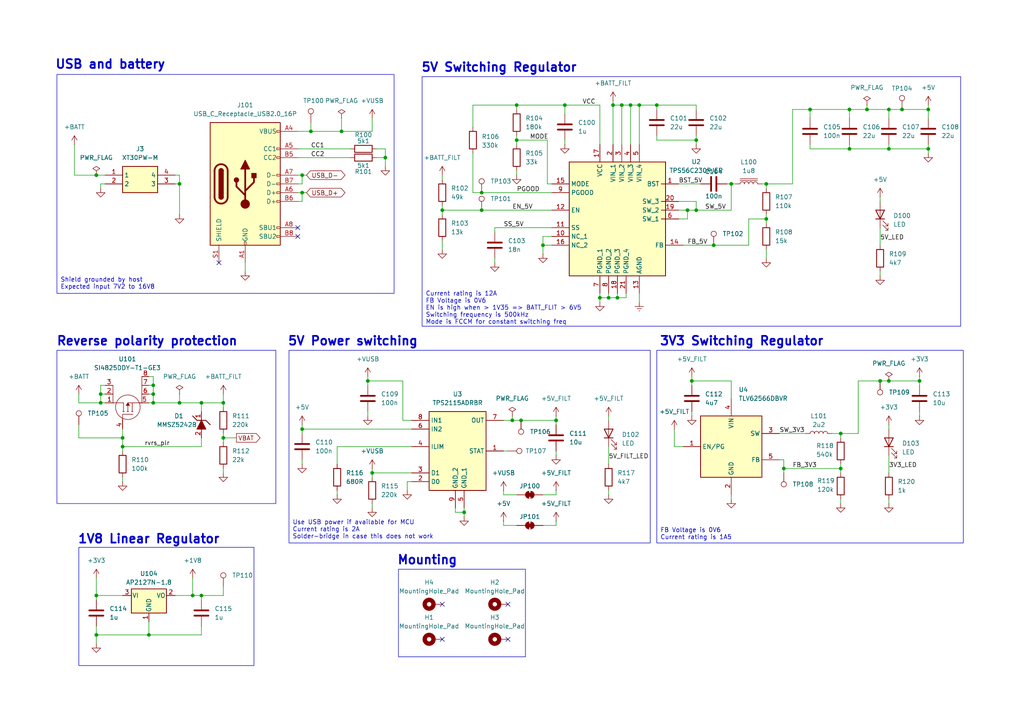
<source format=kicad_sch>
(kicad_sch (version 20250114) (generator "eeschema") (generator_version "9.0")
  (paper "A4")
  (title_block (title "Power Delivery") (date "07-05-2025") (rev "0.0.1"))
  (rectangle (start 190.5 101.6) (end 279.4 157.48))
  (rectangle (start 16.51 101.6) (end 80.01 146.05))
  (rectangle (start 22.86 158.75) (end 73.66 193.04))
  (rectangle (start 115.57 165.1) (end 152.4 190.5))
  (rectangle (start 83.82 101.6) (end 188.595 157.48))
  (rectangle (start 122.428 22.225) (end 278.638 94.615))
  (rectangle (start 16.51 21.59) (end 114.3 85.09))
  (text "Mounting" (at 123.952 162.56 0) (effects (font (size 2.54 2.54) (thickness 0.508) (bold yes))))
  (text "Use USB power if available for MCU\nCurrent rating is 2A\nSolder-bridge in case this does not work" (at 84.836 153.67 0) (effects (font (size 1.27 1.27)) (justify left)))
  (text "1V8 Linear Regulator\n" (at 43.18 156.464 0) (effects (font (size 2.54 2.54) (thickness 0.508) (bold yes))))
  (text "USB and battery" (at 32.004 18.796 0) (effects (font (size 2.54 2.54) (thickness 0.508) (bold yes))))
  (text "Reverse polarity protection" (at 42.672 99.06 0) (effects (font (size 2.54 2.54) (thickness 0.508) (bold yes))))
  (text "5V Switching Regulator" (at 144.78 19.685 0) (effects (font (size 2.54 2.54) (thickness 0.508) (bold yes))))
  (text "Shield grounded by host\nExpected input 7V2 to 16V8" (at 17.526 82.296 0) (effects (font (size 1.27 1.27) (thickness 0.1588)) (justify left)))
  (text "3V3 Switching Regulator" (at 215.138 99.06 0) (effects (font (size 2.54 2.54) (thickness 0.508) (bold yes))))
  (text "5V Power switching" (at 102.362 99.06 0) (effects (font (size 2.54 2.54) (thickness 0.508) (bold yes))))
  (text "Current rating is 12A\nFB Voltage is 0V6\nEN is high when > 1V35 => BATT_FLIT > 6V5\nSwitching frequency is 500kHz\nMode is FCCM for constant switching freq" (at 123.444 89.408 0) (effects (font (size 1.27 1.27)) (justify left)))
  (text "FB Voltage is 0V6\nCurrent rating is 1A5" (at 191.516 154.94 0) (effects (font (size 1.27 1.27) (thickness 0.1588)) (justify left)))
  (junction (at 182.88 30.48))
  (junction (at 44.45 111.76))
  (junction (at 180.34 30.48))
  (junction (at 246.38 43.18))
  (junction (at 149.86 30.48))
  (junction (at 212.09 53.34))
  (junction (at 58.42 172.72))
  (junction (at 222.25 63.5))
  (junction (at 246.38 31.75))
  (junction (at 179.07 86.36))
  (junction (at 269.24 31.75))
  (junction (at 44.45 116.84))
  (junction (at 134.62 148.59))
  (junction (at 87.63 124.46))
  (junction (at 148.59 121.92))
  (junction (at 173.99 86.36))
  (junction (at 27.94 50.8))
  (junction (at 243.84 125.73))
  (junction (at 128.27 60.96))
  (junction (at 52.07 53.34))
  (junction (at 64.77 116.84))
  (junction (at 199.39 60.96))
  (junction (at 269.24 43.18))
  (junction (at 139.7 60.96))
  (junction (at 27.94 184.15))
  (junction (at 234.95 31.75))
  (junction (at 35.56 129.54))
  (junction (at 29.21 114.3))
  (junction (at 107.95 137.16))
  (junction (at 99.06 38.1))
  (junction (at 255.27 110.49))
  (junction (at 43.18 184.15))
  (junction (at 266.7 110.49))
  (junction (at 90.17 38.1))
  (junction (at 44.45 114.3))
  (junction (at 139.7 55.88))
  (junction (at 163.83 30.48))
  (junction (at 257.81 110.49))
  (junction (at 58.42 116.84))
  (junction (at 227.33 135.89))
  (junction (at 257.81 31.75))
  (junction (at 64.77 127))
  (junction (at 222.25 53.34))
  (junction (at 55.88 172.72))
  (junction (at 151.13 121.92))
  (junction (at 243.84 135.89))
  (junction (at 261.62 31.75))
  (junction (at 52.07 116.84))
  (junction (at 201.93 60.96))
  (junction (at 207.01 71.12))
  (junction (at 190.5 30.48))
  (junction (at 257.81 43.18))
  (junction (at 177.8 30.48))
  (junction (at 87.63 50.8))
  (junction (at 149.86 40.64))
  (junction (at 29.21 116.84))
  (junction (at 157.48 71.12))
  (junction (at 161.29 121.92))
  (junction (at 106.68 110.49))
  (junction (at 251.46 31.75))
  (junction (at 111.76 45.72))
  (junction (at 185.42 30.48))
  (junction (at 176.53 86.36))
  (junction (at 200.66 110.49))
  (junction (at 27.94 172.72))
  (junction (at 201.93 40.64))
  (junction (at 35.56 127))
  (junction (at 87.63 55.88))
  (no_connect (at 63.5 76.2))
  (no_connect (at 128.27 175.26))
  (no_connect (at 86.36 66.04))
  (no_connect (at 86.36 68.58))
  (no_connect (at 128.27 185.42))
  (no_connect (at 147.32 175.26))
  (no_connect (at 147.32 185.42))
  (wire (pts (xy 177.8 30.48) (xy 177.8 41.91)))
  (wire (pts (xy 64.77 127) (xy 64.77 128.27)))
  (wire (pts (xy 87.63 53.34) (xy 87.63 50.8)))
  (wire (pts (xy 255.27 78.74) (xy 255.27 80.01)))
  (wire (pts (xy 161.29 120.65) (xy 161.29 121.92)))
  (wire (pts (xy 269.24 43.18) (xy 257.81 43.18)))
  (wire (pts (xy 97.79 142.24) (xy 97.79 143.51)))
  (wire (pts (xy 190.5 39.37) (xy 190.5 40.64)))
  (wire (pts (xy 251.46 31.75) (xy 257.81 31.75)))
  (wire (pts (xy 222.25 62.23) (xy 222.25 63.5)))
  (wire (pts (xy 35.56 138.43) (xy 35.56 139.7)))
  (wire (pts (xy 44.45 109.22) (xy 44.45 111.76)))
  (wire (pts (xy 257.81 144.78) (xy 257.81 146.05)))
  (wire (pts (xy 176.53 120.65) (xy 176.53 121.92)))
  (wire (pts (xy 134.62 148.59) (xy 134.62 149.86)))
  (wire (pts (xy 149.86 40.64) (xy 158.75 40.64)))
  (wire (pts (xy 196.85 60.96) (xy 199.39 60.96)))
  (wire (pts (xy 196.85 53.34) (xy 203.2 53.34)))
  (wire (pts (xy 251.46 31.75) (xy 246.38 31.75)))
  (wire (pts (xy 201.93 60.96) (xy 212.09 60.96)))
  (wire (pts (xy 64.77 116.84) (xy 64.77 118.11)))
  (wire (pts (xy 176.53 86.36) (xy 179.07 86.36)))
  (wire (pts (xy 246.38 41.91) (xy 246.38 43.18)))
  (wire (pts (xy 176.53 142.24) (xy 176.53 143.51)))
  (wire (pts (xy 68.58 127) (xy 64.77 127)))
  (wire (pts (xy 50.8 53.34) (xy 52.07 53.34)))
  (wire (pts (xy 52.07 53.34) (xy 52.07 62.23)))
  (wire (pts (xy 234.95 41.91) (xy 234.95 43.18)))
  (wire (pts (xy 137.16 30.48) (xy 149.86 30.48)))
  (wire (pts (xy 106.68 110.49) (xy 116.84 110.49)))
  (wire (pts (xy 27.94 172.72) (xy 35.56 172.72)))
  (wire (pts (xy 217.17 63.5) (xy 217.17 71.12)))
  (wire (pts (xy 198.12 71.12) (xy 207.01 71.12)))
  (wire (pts (xy 173.99 30.48) (xy 173.99 41.91)))
  (wire (pts (xy 269.24 43.18) (xy 269.24 44.45)))
  (wire (pts (xy 52.07 114.3) (xy 52.07 116.84)))
  (wire (pts (xy 27.94 172.72) (xy 27.94 173.99)))
  (wire (pts (xy 149.86 30.48) (xy 163.83 30.48)))
  (wire (pts (xy 161.29 130.81) (xy 161.29 132.08)))
  (wire (pts (xy 143.51 66.04) (xy 160.02 66.04)))
  (wire (pts (xy 27.94 50.8) (xy 30.48 50.8)))
  (wire (pts (xy 86.36 55.88) (xy 87.63 55.88)))
  (wire (pts (xy 43.18 184.15) (xy 58.42 184.15)))
  (wire (pts (xy 241.3 125.73) (xy 243.84 125.73)))
  (wire (pts (xy 29.21 114.3) (xy 30.48 114.3)))
  (wire (pts (xy 90.17 35.56) (xy 90.17 38.1)))
  (wire (pts (xy 243.84 144.78) (xy 243.84 146.05)))
  (wire (pts (xy 200.66 109.22) (xy 200.66 110.49)))
  (wire (pts (xy 111.76 43.18) (xy 109.22 43.18)))
  (wire (pts (xy 27.94 184.15) (xy 43.18 184.15)))
  (wire (pts (xy 266.7 109.22) (xy 266.7 110.49)))
  (wire (pts (xy 248.92 110.49) (xy 255.27 110.49)))
  (wire (pts (xy 212.09 143.51) (xy 212.09 144.78)))
  (wire (pts (xy 58.42 184.15) (xy 58.42 181.61)))
  (wire (pts (xy 86.36 38.1) (xy 90.17 38.1)))
  (wire (pts (xy 29.21 116.84) (xy 30.48 116.84)))
  (wire (pts (xy 266.7 119.38) (xy 266.7 120.65)))
  (wire (pts (xy 201.93 40.64) (xy 201.93 41.91)))
  (wire (pts (xy 64.77 114.3) (xy 64.77 116.84)))
  (wire (pts (xy 255.27 57.15) (xy 255.27 58.42)))
  (wire (pts (xy 109.22 45.72) (xy 111.76 45.72)))
  (wire (pts (xy 269.24 30.48) (xy 269.24 31.75)))
  (wire (pts (xy 234.95 31.75) (xy 234.95 34.29)))
  (wire (pts (xy 116.84 110.49) (xy 116.84 121.92)))
  (wire (pts (xy 139.7 55.88) (xy 160.02 55.88)))
  (wire (pts (xy 196.85 63.5) (xy 199.39 63.5)))
  (wire (pts (xy 58.42 127) (xy 58.42 129.54)))
  (wire (pts (xy 139.7 60.96) (xy 160.02 60.96)))
  (wire (pts (xy 111.76 48.26) (xy 111.76 45.72)))
  (wire (pts (xy 199.39 60.96) (xy 201.93 60.96)))
  (wire (pts (xy 149.86 49.53) (xy 149.86 50.8)))
  (wire (pts (xy 243.84 125.73) (xy 243.84 127)))
  (wire (pts (xy 22.86 123.19) (xy 22.86 127)))
  (wire (pts (xy 149.86 30.48) (xy 149.86 31.75)))
  (wire (pts (xy 43.18 114.3) (xy 44.45 114.3)))
  (wire (pts (xy 107.95 34.29) (xy 107.95 38.1)))
  (wire (pts (xy 35.56 127) (xy 35.56 129.54)))
  (wire (pts (xy 30.48 53.34) (xy 29.21 53.34)))
  (wire (pts (xy 257.81 31.75) (xy 257.81 34.29)))
  (wire (pts (xy 229.87 31.75) (xy 234.95 31.75)))
  (wire (pts (xy 177.8 30.48) (xy 180.34 30.48)))
  (wire (pts (xy 229.87 31.75) (xy 229.87 53.34)))
  (wire (pts (xy 266.7 110.49) (xy 266.7 111.76)))
  (wire (pts (xy 29.21 114.3) (xy 29.21 116.84)))
  (wire (pts (xy 30.48 111.76) (xy 29.21 111.76)))
  (wire (pts (xy 97.79 129.54) (xy 119.38 129.54)))
  (wire (pts (xy 157.48 152.4) (xy 161.29 152.4)))
  (wire (pts (xy 210.82 53.34) (xy 212.09 53.34)))
  (wire (pts (xy 163.83 30.48) (xy 163.83 33.02)))
  (wire (pts (xy 137.16 55.88) (xy 139.7 55.88)))
  (wire (pts (xy 87.63 133.35) (xy 87.63 134.62)))
  (wire (pts (xy 246.38 31.75) (xy 246.38 34.29)))
  (wire (pts (xy 128.27 59.69) (xy 128.27 60.96)))
  (wire (pts (xy 161.29 152.4) (xy 161.29 151.13)))
  (wire (pts (xy 99.06 34.29) (xy 99.06 38.1)))
  (wire (pts (xy 116.84 121.92) (xy 119.38 121.92)))
  (wire (pts (xy 190.5 30.48) (xy 190.5 31.75)))
  (wire (pts (xy 163.83 40.64) (xy 163.83 41.91)))
  (wire (pts (xy 35.56 124.46) (xy 35.56 127)))
  (wire (pts (xy 195.58 124.46) (xy 195.58 129.54)))
  (wire (pts (xy 227.33 135.89) (xy 243.84 135.89)))
  (wire (pts (xy 179.07 86.36) (xy 181.61 86.36)))
  (wire (pts (xy 143.51 74.93) (xy 143.51 76.2)))
  (wire (pts (xy 176.53 85.09) (xy 176.53 86.36)))
  (wire (pts (xy 212.09 53.34) (xy 213.36 53.34)))
  (wire (pts (xy 196.85 58.42) (xy 201.93 58.42)))
  (wire (pts (xy 257.81 123.19) (xy 257.81 124.46)))
  (wire (pts (xy 87.63 50.8) (xy 86.36 50.8)))
  (wire (pts (xy 173.99 30.48) (xy 163.83 30.48)))
  (wire (pts (xy 87.63 124.46) (xy 87.63 125.73)))
  (wire (pts (xy 106.68 119.38) (xy 106.68 120.65)))
  (wire (pts (xy 146.05 143.51) (xy 149.86 143.51)))
  (wire (pts (xy 55.88 172.72) (xy 50.8 172.72)))
  (wire (pts (xy 128.27 60.96) (xy 139.7 60.96)))
  (wire (pts (xy 234.95 43.18) (xy 246.38 43.18)))
  (wire (pts (xy 58.42 172.72) (xy 58.42 173.99)))
  (wire (pts (xy 185.42 30.48) (xy 190.5 30.48)))
  (wire (pts (xy 255.27 110.49) (xy 257.81 110.49)))
  (wire (pts (xy 146.05 121.92) (xy 148.59 121.92)))
  (wire (pts (xy 107.95 137.16) (xy 119.38 137.16)))
  (wire (pts (xy 118.11 139.7) (xy 118.11 142.24)))
  (wire (pts (xy 222.25 63.5) (xy 222.25 64.77)))
  (wire (pts (xy 229.87 53.34) (xy 222.25 53.34)))
  (wire (pts (xy 44.45 111.76) (xy 44.45 114.3)))
  (wire (pts (xy 58.42 172.72) (xy 55.88 172.72)))
  (wire (pts (xy 27.94 167.64) (xy 27.94 172.72)))
  (wire (pts (xy 128.27 60.96) (xy 128.27 62.23)))
  (wire (pts (xy 251.46 30.48) (xy 251.46 31.75)))
  (wire (pts (xy 132.08 147.32) (xy 132.08 148.59)))
  (wire (pts (xy 257.81 41.91) (xy 257.81 43.18)))
  (wire (pts (xy 101.6 43.18) (xy 86.36 43.18)))
  (wire (pts (xy 137.16 44.45) (xy 137.16 55.88)))
  (wire (pts (xy 58.42 172.72) (xy 64.77 172.72)))
  (wire (pts (xy 200.66 119.38) (xy 200.66 120.65)))
  (wire (pts (xy 64.77 172.72) (xy 64.77 170.18)))
  (wire (pts (xy 173.99 85.09) (xy 173.99 86.36)))
  (wire (pts (xy 180.34 30.48) (xy 180.34 41.91)))
  (wire (pts (xy 35.56 129.54) (xy 58.42 129.54)))
  (wire (pts (xy 86.36 45.72) (xy 101.6 45.72)))
  (wire (pts (xy 107.95 137.16) (xy 107.95 138.43)))
  (wire (pts (xy 137.16 36.83) (xy 137.16 30.48)))
  (wire (pts (xy 43.18 109.22) (xy 44.45 109.22)))
  (wire (pts (xy 181.61 86.36) (xy 181.61 85.09)))
  (wire (pts (xy 146.05 130.81) (xy 147.32 130.81)))
  (wire (pts (xy 185.42 85.09) (xy 185.42 87.63)))
  (wire (pts (xy 227.33 133.35) (xy 226.06 133.35)))
  (wire (pts (xy 64.77 135.89) (xy 64.77 137.16)))
  (wire (pts (xy 149.86 40.64) (xy 149.86 41.91)))
  (wire (pts (xy 87.63 50.8) (xy 88.9 50.8)))
  (wire (pts (xy 151.13 121.92) (xy 161.29 121.92)))
  (wire (pts (xy 29.21 53.34) (xy 29.21 54.61)))
  (wire (pts (xy 226.06 125.73) (xy 233.68 125.73)))
  (wire (pts (xy 161.29 121.92) (xy 161.29 123.19)))
  (wire (pts (xy 143.51 66.04) (xy 143.51 67.31)))
  (wire (pts (xy 220.98 53.34) (xy 222.25 53.34)))
  (wire (pts (xy 157.48 73.66) (xy 157.48 71.12)))
  (wire (pts (xy 173.99 86.36) (xy 176.53 86.36)))
  (wire (pts (xy 212.09 110.49) (xy 212.09 115.57)))
  (wire (pts (xy 257.81 43.18) (xy 246.38 43.18)))
  (wire (pts (xy 87.63 124.46) (xy 119.38 124.46)))
  (wire (pts (xy 97.79 129.54) (xy 97.79 134.62)))
  (wire (pts (xy 87.63 55.88) (xy 88.9 55.88)))
  (wire (pts (xy 234.95 31.75) (xy 246.38 31.75)))
  (wire (pts (xy 128.27 69.85) (xy 128.27 72.39)))
  (wire (pts (xy 27.94 184.15) (xy 27.94 186.69)))
  (wire (pts (xy 146.05 142.24) (xy 146.05 143.51)))
  (wire (pts (xy 182.88 30.48) (xy 185.42 30.48)))
  (wire (pts (xy 52.07 116.84) (xy 58.42 116.84)))
  (wire (pts (xy 269.24 41.91) (xy 269.24 43.18)))
  (wire (pts (xy 107.95 135.89) (xy 107.95 137.16)))
  (wire (pts (xy 200.66 110.49) (xy 200.66 111.76)))
  (wire (pts (xy 200.66 110.49) (xy 212.09 110.49)))
  (wire (pts (xy 269.24 31.75) (xy 261.62 31.75)))
  (wire (pts (xy 52.07 50.8) (xy 52.07 53.34)))
  (wire (pts (xy 90.17 38.1) (xy 99.06 38.1)))
  (wire (pts (xy 157.48 68.58) (xy 160.02 68.58)))
  (wire (pts (xy 227.33 137.16) (xy 227.33 135.89)))
  (wire (pts (xy 190.5 30.48) (xy 201.93 30.48)))
  (wire (pts (xy 243.84 134.62) (xy 243.84 135.89)))
  (wire (pts (xy 201.93 30.48) (xy 201.93 31.75)))
  (wire (pts (xy 128.27 50.8) (xy 128.27 52.07)))
  (wire (pts (xy 243.84 135.89) (xy 243.84 137.16)))
  (wire (pts (xy 158.75 53.34) (xy 160.02 53.34)))
  (wire (pts (xy 99.06 38.1) (xy 107.95 38.1)))
  (wire (pts (xy 248.92 125.73) (xy 243.84 125.73)))
  (wire (pts (xy 86.36 58.42) (xy 87.63 58.42)))
  (wire (pts (xy 146.05 152.4) (xy 149.86 152.4)))
  (wire (pts (xy 55.88 167.64) (xy 55.88 172.72)))
  (wire (pts (xy 22.86 116.84) (xy 22.86 114.3)))
  (wire (pts (xy 201.93 39.37) (xy 201.93 40.64)))
  (wire (pts (xy 118.11 139.7) (xy 119.38 139.7)))
  (wire (pts (xy 149.86 39.37) (xy 149.86 40.64)))
  (wire (pts (xy 222.25 72.39) (xy 222.25 74.93)))
  (wire (pts (xy 157.48 71.12) (xy 157.48 68.58)))
  (wire (pts (xy 207.01 71.12) (xy 217.17 71.12)))
  (wire (pts (xy 27.94 181.61) (xy 27.94 184.15)))
  (wire (pts (xy 111.76 45.72) (xy 111.76 43.18)))
  (wire (pts (xy 257.81 31.75) (xy 261.62 31.75)))
  (wire (pts (xy 257.81 110.49) (xy 266.7 110.49)))
  (wire (pts (xy 179.07 85.09) (xy 179.07 86.36)))
  (wire (pts (xy 185.42 30.48) (xy 185.42 41.91)))
  (wire (pts (xy 50.8 50.8) (xy 52.07 50.8)))
  (wire (pts (xy 21.59 41.91) (xy 21.59 50.8)))
  (wire (pts (xy 148.59 121.92) (xy 151.13 121.92)))
  (wire (pts (xy 248.92 110.49) (xy 248.92 125.73)))
  (wire (pts (xy 87.63 58.42) (xy 87.63 55.88)))
  (wire (pts (xy 158.75 40.64) (xy 158.75 53.34)))
  (wire (pts (xy 87.63 123.19) (xy 87.63 124.46)))
  (wire (pts (xy 86.36 53.34) (xy 87.63 53.34)))
  (wire (pts (xy 134.62 147.32) (xy 134.62 148.59)))
  (wire (pts (xy 157.48 71.12) (xy 160.02 71.12)))
  (wire (pts (xy 195.58 129.54) (xy 198.12 129.54)))
  (wire (pts (xy 106.68 110.49) (xy 106.68 111.76)))
  (wire (pts (xy 217.17 63.5) (xy 222.25 63.5)))
  (wire (pts (xy 43.18 116.84) (xy 44.45 116.84)))
  (wire (pts (xy 173.99 86.36) (xy 173.99 87.63)))
  (wire (pts (xy 222.25 53.34) (xy 222.25 54.61)))
  (wire (pts (xy 106.68 109.22) (xy 106.68 110.49)))
  (wire (pts (xy 22.86 127) (xy 35.56 127)))
  (wire (pts (xy 201.93 58.42) (xy 201.93 60.96)))
  (wire (pts (xy 212.09 53.34) (xy 212.09 60.96)))
  (wire (pts (xy 27.94 50.8) (xy 21.59 50.8)))
  (wire (pts (xy 58.42 119.38) (xy 58.42 116.84)))
  (wire (pts (xy 177.8 29.21) (xy 177.8 30.48)))
  (wire (pts (xy 43.18 111.76) (xy 44.45 111.76)))
  (wire (pts (xy 257.81 132.08) (xy 257.81 137.16)))
  (wire (pts (xy 107.95 146.05) (xy 107.95 147.32)))
  (wire (pts (xy 180.34 30.48) (xy 182.88 30.48)))
  (wire (pts (xy 35.56 129.54) (xy 35.56 130.81)))
  (wire (pts (xy 182.88 30.48) (xy 182.88 41.91)))
  (wire (pts (xy 44.45 114.3) (xy 44.45 116.84)))
  (wire (pts (xy 132.08 148.59) (xy 134.62 148.59)))
  (wire (pts (xy 29.21 111.76) (xy 29.21 114.3)))
  (wire (pts (xy 146.05 151.13) (xy 146.05 152.4)))
  (wire (pts (xy 148.59 120.65) (xy 148.59 121.92)))
  (wire (pts (xy 255.27 66.04) (xy 255.27 71.12)))
  (wire (pts (xy 199.39 60.96) (xy 199.39 63.5)))
  (wire (pts (xy 227.33 135.89) (xy 227.33 133.35)))
  (wire (pts (xy 22.86 116.84) (xy 29.21 116.84)))
  (wire (pts (xy 71.12 76.2) (xy 71.12 78.74)))
  (wire (pts (xy 43.18 180.34) (xy 43.18 184.15)))
  (wire (pts (xy 44.45 116.84) (xy 52.07 116.84)))
  (wire (pts (xy 190.5 40.64) (xy 201.93 40.64)))
  (wire (pts (xy 269.24 31.75) (xy 269.24 34.29)))
  (wire (pts (xy 176.53 129.54) (xy 176.53 134.62)))
  (wire (pts (xy 157.48 143.51) (xy 161.29 143.51)))
  (wire (pts (xy 64.77 125.73) (xy 64.77 127)))
  (wire (pts (xy 64.77 116.84) (xy 58.42 116.84)))
  (wire (pts (xy 161.29 143.51) (xy 161.29 142.24)))
  (label "SS_5V" (at 146.05 66.04 0))
  (label "5V_LED" (at 255.27 69.85 0))
  (label "EN_5V" (at 148.59 60.96 0))
  (label "SW_5V" (at 204.47 60.96 0))
  (label "SW_3V3" (at 226.06 125.73 0))
  (label "BST_5V" (at 196.85 53.34 0))
  (label "CC2" (at 90.17 45.72 0))
  (label "FB_3V3" (at 229.87 135.89 0))
  (label "MODE" (at 153.67 40.64 0))
  (label "3V3_LED" (at 257.81 135.89 0))
  (label "FB_5V" (at 199.39 71.12 0))
  (label "5V_FILT_LED" (at 176.53 133.35 0))
  (label "VCC" (at 168.91 30.48 0))
  (label "PGOOD" (at 149.86 55.88 0))
  (label "CC1" (at 90.17 43.18 0))
  (label "rvrs_plr" (at 41.91 129.54 0))
  (global_label "USB_D-" (shape bidirectional) (at 88.9 50.8 0) (property "Intersheetrefs" "${INTERSHEET_REFS}" (effects (hide yes))))
  (global_label "USB_D+" (shape bidirectional) (at 88.9 55.88 0) (property "Intersheetrefs" "${INTERSHEET_REFS}" (effects (hide yes))))
  (global_label "VBAT" (shape output) (at 68.58 127 0) (property "Intersheetrefs" "${INTERSHEET_REFS}" (effects (hide yes))))
  (symbol (lib_id "power:GND") (at 157.48 73.66 0) (unit 1)
    (property "Reference" "#PWR0130" (effects (hide yes)))
    (property "Value" "GND" (effects (hide yes)))
    (property "Description" "Power symbol creates a global label with name \"GND\" , ground" (effects (hide yes)))
  )
  (symbol (lib_id "Device:LED") (at 176.53 125.73 90) (unit 1)
    (property "Reference" "D102" (at 180.34 126.0474 90) (effects (justify right)))
    (property "Value" "LED" (at 180.34 128.5874 90) (effects (justify right)))
    (property "Footprint" "LED_SMD:LED_0603_1608Metric" (effects (hide yes)))
    (property "Description" "Light emitting diode" (effects (hide yes)))
    (property "Sim.Pins" "1=K 2=A" (effects (hide yes)))
  )
  (symbol (lib_id "Device:C") (at 266.7 115.57 0) (unit 1)
    (property "Reference" "C113" (at 270.51 114.2999 0) (effects (justify left)))
    (property "Value" "10u" (at 270.51 116.8399 0) (effects (justify left)))
    (property "Footprint" "Capacitor_SMD:C_0402_1005Metric" (effects (hide yes)))
    (property "Description" "Unpolarized capacitor" (effects (hide yes)))
  )
  (symbol (lib_id "power:GND") (at 134.62 149.86 0) (unit 1)
    (property "Reference" "#PWR0111" (effects (hide yes)))
    (property "Value" "GND" (effects (hide yes)))
    (property "Description" "Power symbol creates a global label with name \"GND\" , ground" (effects (hide yes)))
  )
  (symbol (lib_id "Device:R") (at 257.81 140.97 180) (unit 1)
    (property "Reference" "R120" (at 260.35 139.6999 0) (effects (justify right)))
    (property "Value" "1k" (at 260.35 142.2399 0) (effects (justify right)))
    (property "Footprint" "Resistor_SMD:R_0402_1005Metric" (effects (hide yes)))
    (property "Description" "Resistor" (effects (hide yes)))
  )
  (symbol (lib_id "power:+BATT") (at 128.27 50.8 0) (unit 1)
    (property "Reference" "#PWR099" (effects (hide yes)))
    (property "Value" "+BATT_FILT" (at 128.27 45.72 0))
    (property "Description" "Power symbol creates a global label with name \"+BATT\"" (effects (hide yes)))
  )
  (symbol (lib_id "Device:C") (at 58.42 177.8 0) (unit 1)
    (property "Reference" "C115" (at 62.23 176.5299 0) (effects (justify left)))
    (property "Value" "1u" (at 62.23 179.0699 0) (effects (justify left)))
    (property "Footprint" "Capacitor_SMD:C_0402_1005Metric" (effects (hide yes)))
    (property "Description" "Unpolarized capacitor" (effects (hide yes)))
  )
  (symbol (lib_id "power:GND") (at 173.99 87.63 0) (unit 1)
    (property "Reference" "#PWR0135" (effects (hide yes)))
    (property "Value" "GND" (effects (hide yes)))
    (property "Description" "Power symbol creates a global label with name \"GND\" , ground" (effects (hide yes)))
  )
  (symbol (lib_id "TPS2115ADRBR:TPS2115ADRBR") (at 119.38 121.92 0) (unit 1)
    (property "Reference" "U3" (at 132.715 114.3 0))
    (property "Value" "TPS2115ADRBR" (at 132.715 116.84 0))
    (property "Footprint" "TPS2115ADRBR:SON65P300X300X100-9N-D" (effects (hide yes)))
    (property "Datasheet" "http://www.ti.com/lit/gpn/tps2115a" (effects (hide yes)))
    (property "Description" "Autoswitching Power Mux" (effects (hide yes)))
    (property "Height" "1" (effects (hide yes)))
    (property "Manufacturer_Name" "Texas Instruments" (effects (hide yes)))
    (property "Manufacturer_Part_Number" "TPS2115ADRBR" (effects (hide yes)))
    (property "Mouser Part Number" "595-TPS2115ADRBR" (effects (hide yes)))
    (property "Mouser Price/Stock" "https://www.mouser.co.uk/ProductDetail/Texas-Instruments/TPS2115ADRBR?qs=g%2FrhRe7LVpSXEuLZV5FMOQ%3D%3D" (effects (hide yes)))
    (property "Arrow Part Number" "TPS2115ADRBR" (effects (hide yes)))
    (property "Arrow Price/Stock" "https://www.arrow.com/en/products/tps2115adrbr/texas-instruments?utm_currency=USD&region=nac" (effects (hide yes)))
  )
  (symbol (lib_id "power:GND") (at 212.09 144.78 0) (unit 1)
    (property "Reference" "#PWR058" (effects (hide yes)))
    (property "Value" "GND" (effects (hide yes)))
    (property "Description" "Power symbol creates a global label with name \"GND\" , ground" (effects (hide yes)))
  )
  (symbol (lib_id "Device:C") (at 106.68 115.57 0) (unit 1)
    (property "Reference" "C109" (at 110.49 114.2999 0) (effects (justify left)))
    (property "Value" "100n" (at 110.49 116.8399 0) (effects (justify left)))
    (property "Footprint" "Capacitor_SMD:C_0402_1005Metric" (effects (hide yes)))
    (property "Description" "Unpolarized capacitor" (effects (hide yes)))
  )
  (symbol (lib_id "Device:C") (at 234.95 38.1 0) (unit 1)
    (property "Reference" "C105" (at 238.76 36.8299 0) (effects (justify left)))
    (property "Value" "100n" (at 238.76 39.3699 0) (effects (justify left)))
    (property "Footprint" "Capacitor_SMD:C_0603_1608Metric" (effects (hide yes)))
    (property "Description" "Unpolarized capacitor" (effects (hide yes)))
  )
  (symbol (lib_id "power:GND") (at 163.83 41.91 0) (unit 1)
    (property "Reference" "#PWR0103" (effects (hide yes)))
    (property "Value" "GND" (effects (hide yes)))
    (property "Description" "Power symbol creates a global label with name \"GND\" , ground" (effects (hide yes)))
  )
  (symbol (lib_id "power:PWR_FLAG") (at 257.81 110.49 0) (unit 1)
    (property "Reference" "#FLG04" (effects (hide yes)))
    (property "Value" "PWR_FLAG" (at 257.81 105.41 0))
    (property "Description" "Special symbol for telling ERC where power comes from" (effects (hide yes)))
  )
  (symbol (lib_id "Device:R") (at 137.16 40.64 180) (unit 1)
    (property "Reference" "R106" (at 139.7 39.624 0) (effects (justify right)))
    (property "Value" "330k" (at 139.7 42.164 0) (effects (justify right)))
    (property "Footprint" "Resistor_SMD:R_0402_1005Metric" (effects (hide yes)))
    (property "Description" "Resistor" (effects (hide yes)))
  )
  (symbol (lib_id "power:GND") (at 176.53 143.51 0) (unit 1)
    (property "Reference" "#PWR0183" (effects (hide yes)))
    (property "Value" "GND" (effects (hide yes)))
    (property "Description" "Power symbol creates a global label with name \"GND\" , ground" (effects (hide yes)))
  )
  (symbol (lib_id "Connector:TestPoint") (at 207.01 71.12 0) (unit 1)
    (property "Reference" "TP102" (at 209.55 67.8179 0) (effects (justify left)))
    (property "Value" "TestPoint" (effects (hide yes)))
    (property "Footprint" "TestPoint:TestPoint_Pad_D1.0mm" (effects (hide yes)))
    (property "Description" "test point" (effects (hide yes)))
  )
  (symbol (lib_id "power:GND") (at 111.76 48.26 0) (unit 1)
    (property "Reference" "#PWR052" (effects (hide yes)))
    (property "Value" "GND" (effects (hide yes)))
    (property "Description" "Power symbol creates a global label with name \"GND\" , ground" (effects (hide yes)))
  )
  (symbol (lib_id "Device:L") (at 237.49 125.73 90) (unit 1)
    (property "Reference" "L101" (at 237.49 120.65 90))
    (property "Value" "2u2" (at 237.49 123.19 90))
    (property "Footprint" "Inductor_SMD:L_1008_2520Metric" (effects (hide yes)))
    (property "Description" "Inductor" (effects (hide yes)))
  )
  (symbol (lib_id "Device:R") (at 105.41 45.72 270) (unit 1)
    (property "Reference" "R101" (at 105.41 49.784 90))
    (property "Value" "5k1" (at 105.41 48.006 90))
    (property "Footprint" "Resistor_SMD:R_0402_1005Metric" (effects (hide yes)))
    (property "Description" "Resistor" (effects (hide yes)))
  )
  (symbol (lib_id "Device:R") (at 255.27 74.93 180) (unit 1)
    (property "Reference" "R109" (at 257.81 73.6599 0) (effects (justify right)))
    (property "Value" "4k7" (at 257.81 76.1999 0) (effects (justify right)))
    (property "Footprint" "Resistor_SMD:R_0402_1005Metric" (effects (hide yes)))
    (property "Description" "Resistor" (effects (hide yes)))
  )
  (symbol (lib_id "XT30PW-M:XT30PW-M") (at 30.48 50.8 0) (unit 1)
    (property "Reference" "J3" (at 40.64 43.18 0))
    (property "Value" "XT30PW-M" (at 40.64 45.72 0))
    (property "Footprint" "XT30PWM:XT30PWM" (effects (hide yes)))
    (property "Datasheet" "https://www.tme.eu/sl/Document/ce4077e36b79046da520ca73227e15de/XT30PW%20SPEC.pdf" (effects (hide yes)))
    (property "Description" "30A Low Temperature Rise Fire Retardant Plug" (effects (hide yes)))
    (property "Height" "5" (effects (hide yes)))
    (property "Manufacturer_Name" "Amass" (effects (hide yes)))
    (property "Manufacturer_Part_Number" "XT30PW-M" (effects (hide yes)))
  )
  (symbol (lib_id "power:+5V") (at 107.95 34.29 0) (unit 1)
    (property "Reference" "#PWR025" (effects (hide yes)))
    (property "Value" "+VUSB" (at 107.95 29.21 0))
    (property "Description" "Power symbol creates a global label with name \"+5V\"" (effects (hide yes)))
  )
  (symbol (lib_id "power:+5V") (at 161.29 151.13 0) (unit 1)
    (property "Reference" "#PWR0138" (effects (hide yes)))
    (property "Value" "+5V_FILT" (at 161.29 146.05 0))
    (property "Description" "Power symbol creates a global label with name \"+5V\"" (effects (hide yes)))
  )
  (symbol (lib_id "power:GND") (at 71.12 78.74 0) (unit 1)
    (property "Reference" "#PWR024" (effects (hide yes)))
    (property "Value" "GND" (effects (hide yes)))
    (property "Description" "Power symbol creates a global label with name \"GND\" , ground" (effects (hide yes)))
  )
  (symbol (lib_id "Device:R") (at 97.79 138.43 180) (unit 1)
    (property "Reference" "R116" (at 100.33 137.1599 0) (effects (justify right)))
    (property "Value" "680R" (at 100.33 139.6999 0) (effects (justify right)))
    (property "Footprint" "Resistor_SMD:R_0402_1005Metric" (effects (hide yes)))
    (property "Description" "Resistor" (effects (hide yes)))
  )
  (symbol (lib_id "power:GND") (at 149.86 50.8 0) (unit 1)
    (property "Reference" "#PWR0101" (effects (hide yes)))
    (property "Value" "GND" (effects (hide yes)))
    (property "Description" "Power symbol creates a global label with name \"GND\" , ground" (effects (hide yes)))
  )
  (symbol (lib_id "power:GND") (at 222.25 74.93 0) (unit 1)
    (property "Reference" "#PWR0107" (effects (hide yes)))
    (property "Value" "GND" (effects (hide yes)))
    (property "Description" "Power symbol creates a global label with name \"GND\" , ground" (effects (hide yes)))
  )
  (symbol (lib_id "Connector:TestPoint") (at 147.32 130.81 270) (unit 1)
    (property "Reference" "TP107" (at 152.4 130.8099 90) (effects (justify left)))
    (property "Value" "TestPoint" (effects (hide yes)))
    (property "Footprint" "TestPoint:TestPoint_Pad_D1.0mm" (effects (hide yes)))
    (property "Description" "test point" (effects (hide yes)))
  )
  (symbol (lib_id "Device:R") (at 222.25 68.58 180) (unit 1)
    (property "Reference" "R108" (at 224.79 67.3099 0) (effects (justify right)))
    (property "Value" "15k" (at 224.79 69.8499 0) (effects (justify right)))
    (property "Footprint" "Resistor_SMD:R_0402_1005Metric" (effects (hide yes)))
    (property "Description" "Resistor" (effects (hide yes)))
  )
  (symbol (lib_id "power:+5V") (at 195.58 124.46 0) (unit 1)
    (property "Reference" "#PWR010" (effects (hide yes)))
    (property "Value" "+5V_FILT" (at 195.58 119.38 0))
    (property "Description" "Power symbol creates a global label with name \"+5V\"" (effects (hide yes)))
  )
  (symbol (lib_id "power:GND") (at 118.11 142.24 0) (unit 1)
    (property "Reference" "#PWR0123" (effects (hide yes)))
    (property "Value" "GND" (effects (hide yes)))
    (property "Description" "Power symbol creates a global label with name \"GND\" , ground" (effects (hide yes)))
  )
  (symbol (lib_id "power:GND") (at 266.7 120.65 0) (unit 1)
    (property "Reference" "#PWR061" (effects (hide yes)))
    (property "Value" "GND" (effects (hide yes)))
    (property "Description" "Power symbol creates a global label with name \"GND\" , ground" (effects (hide yes)))
  )
  (symbol (lib_id "power:GND") (at 257.81 146.05 0) (unit 1)
    (property "Reference" "#PWR0187" (effects (hide yes)))
    (property "Value" "GND" (effects (hide yes)))
    (property "Description" "Power symbol creates a global label with name \"GND\" , ground" (effects (hide yes)))
  )
  (symbol (lib_id "Device:R") (at 64.77 121.92 180) (unit 1)
    (property "Reference" "R111" (at 67.31 120.6499 0) (effects (justify right)))
    (property "Value" "220k" (at 67.31 123.1899 0) (effects (justify right)))
    (property "Footprint" "Resistor_SMD:R_0402_1005Metric" (effects (hide yes)))
    (property "Description" "Resistor" (effects (hide yes)))
  )
  (symbol (lib_id "power:GND") (at 87.63 134.62 0) (unit 1)
    (property "Reference" "#PWR0114" (effects (hide yes)))
    (property "Value" "GND" (effects (hide yes)))
    (property "Description" "Power symbol creates a global label with name \"GND\" , ground" (effects (hide yes)))
  )
  (symbol (lib_id "Device:C") (at 257.81 38.1 0) (unit 1)
    (property "Reference" "C107" (at 261.62 36.8299 0) (effects (justify left)))
    (property "Value" "22u" (at 261.62 39.3699 0) (effects (justify left)))
    (property "Footprint" "Capacitor_SMD:C_0805_2012Metric" (effects (hide yes)))
    (property "Description" "Unpolarized capacitor" (effects (hide yes)))
  )
  (symbol (lib_id "Device:C") (at 200.66 115.57 0) (unit 1)
    (property "Reference" "C112" (at 204.47 114.2999 0) (effects (justify left)))
    (property "Value" "4u7" (at 204.47 116.8399 0) (effects (justify left)))
    (property "Footprint" "Capacitor_SMD:C_0805_2012Metric" (effects (hide yes)))
    (property "Description" "Unpolarized capacitor" (effects (hide yes)))
  )
  (symbol (lib_id "power:PWR_FLAG") (at 251.46 30.48 0) (unit 1)
    (property "Reference" "#FLG06" (effects (hide yes)))
    (property "Value" "PWR_FLAG" (at 251.46 25.4 0))
    (property "Description" "Special symbol for telling ERC where power comes from" (effects (hide yes)))
  )
  (symbol (lib_id "power:GND") (at 143.51 76.2 0) (unit 1)
    (property "Reference" "#PWR060" (effects (hide yes)))
    (property "Value" "GND" (effects (hide yes)))
    (property "Description" "Power symbol creates a global label with name \"GND\" , ground" (effects (hide yes)))
  )
  (symbol (lib_id "Device:R") (at 35.56 134.62 180) (unit 1)
    (property "Reference" "R110" (at 38.1 133.3499 0) (effects (justify right)))
    (property "Value" "100k" (at 38.1 135.8899 0) (effects (justify right)))
    (property "Footprint" "Resistor_SMD:R_0402_1005Metric" (effects (hide yes)))
    (property "Description" "Resistor" (effects (hide yes)))
  )
  (symbol (lib_id "power:+5V") (at 176.53 120.65 0) (unit 1)
    (property "Reference" "#PWR0145" (effects (hide yes)))
    (property "Value" "+5V_FILT" (at 176.53 115.57 0))
    (property "Description" "Power symbol creates a global label with name \"+5V\"" (effects (hide yes)))
  )
  (symbol (lib_id "Device:C") (at 143.51 71.12 0) (unit 1)
    (property "Reference" "C103" (at 147.32 69.8499 0) (effects (justify left)))
    (property "Value" "18n" (at 147.32 72.3899 0) (effects (justify left)))
    (property "Footprint" "Capacitor_SMD:C_0402_1005Metric" (effects (hide yes)))
    (property "Description" "Unpolarized capacitor" (effects (hide yes)))
  )
  (symbol (lib_id "Device:C") (at 27.94 177.8 0) (unit 1)
    (property "Reference" "C114" (at 31.75 176.5299 0) (effects (justify left)))
    (property "Value" "1u" (at 31.75 179.0699 0) (effects (justify left)))
    (property "Footprint" "Capacitor_SMD:C_0402_1005Metric" (effects (hide yes)))
    (property "Description" "Unpolarized capacitor" (effects (hide yes)))
  )
  (symbol (lib_id "Device:R") (at 128.27 66.04 180) (unit 1)
    (property "Reference" "R103" (at 130.81 64.7699 0) (effects (justify right)))
    (property "Value" "13k" (at 130.81 67.3099 0) (effects (justify right)))
    (property "Footprint" "Resistor_SMD:R_0402_1005Metric" (effects (hide yes)))
    (property "Description" "Resistor" (effects (hide yes)))
  )
  (symbol (lib_id "Device:R") (at 222.25 58.42 180) (unit 1)
    (property "Reference" "R107" (at 224.79 57.1499 0) (effects (justify right)))
    (property "Value" "110k" (at 224.79 59.6899 0) (effects (justify right)))
    (property "Footprint" "Resistor_SMD:R_0402_1005Metric" (effects (hide yes)))
    (property "Description" "Resistor" (effects (hide yes)))
  )
  (symbol (lib_id "power:GND") (at 52.07 62.23 0) (unit 1)
    (property "Reference" "#PWR055" (effects (hide yes)))
    (property "Value" "GND" (effects (hide yes)))
    (property "Description" "Power symbol creates a global label with name \"GND\" , ground" (effects (hide yes)))
  )
  (symbol (lib_id "power:GND") (at 35.56 139.7 0) (unit 1)
    (property "Reference" "#PWR0120" (effects (hide yes)))
    (property "Value" "GND" (effects (hide yes)))
    (property "Description" "Power symbol creates a global label with name \"GND\" , ground" (effects (hide yes)))
  )
  (symbol (lib_id "Connector:TestPoint") (at 139.7 55.88 0) (unit 1)
    (property "Reference" "TP103" (at 142.24 52.5779 0) (effects (justify left)))
    (property "Value" "TestPoint" (effects (hide yes)))
    (property "Footprint" "TestPoint:TestPoint_Pad_D1.0mm" (effects (hide yes)))
    (property "Description" "test point" (effects (hide yes)))
  )
  (symbol (lib_id "Connector:TestPoint") (at 22.86 123.19 0) (unit 1)
    (property "Reference" "TP105" (at 25.4 119.8879 0) (effects (justify left)))
    (property "Value" "TestPoint" (effects (hide yes)))
    (property "Footprint" "TestPoint:TestPoint_Pad_D1.0mm" (effects (hide yes)))
    (property "Description" "test point" (effects (hide yes)))
  )
  (symbol (lib_id "power:+3V3") (at 257.81 123.19 0) (unit 1)
    (property "Reference" "#PWR065" (effects (hide yes)))
    (property "Value" "+3V3" (at 257.81 118.11 0))
    (property "Description" "Power symbol creates a global label with name \"+3V3\"" (effects (hide yes)))
  )
  (symbol (lib_id "power:+5V") (at 200.66 109.22 0) (unit 1)
    (property "Reference" "#PWR07" (effects (hide yes)))
    (property "Value" "+5V_FILT" (at 200.66 104.14 0))
    (property "Description" "Power symbol creates a global label with name \"+5V\"" (effects (hide yes)))
  )
  (symbol (lib_id "power:+5V") (at 255.27 57.15 0) (unit 1)
    (property "Reference" "#PWR0142" (effects (hide yes)))
    (property "Value" "+5V" (at 255.27 52.07 0))
    (property "Description" "Power symbol creates a global label with name \"+5V\"" (effects (hide yes)))
  )
  (symbol (lib_id "Mechanical:MountingHole_Pad") (at 125.73 175.26 90) (unit 1) (in_bom no)
    (property "Reference" "H4" (at 124.46 168.91 90))
    (property "Value" "MountingHole_Pad" (at 124.46 171.45 90))
    (property "Footprint" "MountingHole:MountingHole_4mm_Pad_Via" (effects (hide yes)))
    (property "Description" "Mounting Hole with connection" (effects (hide yes)))
  )
  (symbol (lib_id "Device:C") (at 190.5 35.56 0) (unit 1)
    (property "Reference" "C101" (at 194.31 34.2899 0) (effects (justify left)))
    (property "Value" "22u" (at 194.31 36.8299 0) (effects (justify left)))
    (property "Footprint" "Capacitor_SMD:C_1206_3216Metric" (effects (hide yes)))
    (property "Description" "Unpolarized capacitor" (effects (hide yes)))
  )
  (symbol (lib_id "power:GND") (at 106.68 120.65 0) (unit 1)
    (property "Reference" "#PWR0118" (effects (hide yes)))
    (property "Value" "GND" (effects (hide yes)))
    (property "Description" "Power symbol creates a global label with name \"GND\" , ground" (effects (hide yes)))
  )
  (symbol (lib_id "Mechanical:MountingHole_Pad") (at 125.73 185.42 90) (unit 1) (in_bom no)
    (property "Reference" "H1" (at 124.46 179.07 90))
    (property "Value" "MountingHole_Pad" (at 124.46 181.61 90))
    (property "Footprint" "MountingHole:MountingHole_4mm_Pad_Via" (effects (hide yes)))
    (property "Description" "Mounting Hole with connection" (effects (hide yes)))
  )
  (symbol (lib_id "power:GND") (at 64.77 137.16 0) (unit 1)
    (property "Reference" "#PWR059" (effects (hide yes)))
    (property "Value" "GND" (effects (hide yes)))
    (property "Description" "Power symbol creates a global label with name \"GND\" , ground" (effects (hide yes)))
  )
  (symbol (lib_id "power:GND") (at 243.84 146.05 0) (unit 1)
    (property "Reference" "#PWR062" (effects (hide yes)))
    (property "Value" "GND" (effects (hide yes)))
    (property "Description" "Power symbol creates a global label with name \"GND\" , ground" (effects (hide yes)))
  )
  (symbol (lib_id "Device:LED") (at 257.81 128.27 90) (unit 1)
    (property "Reference" "D103" (at 261.62 128.5874 90) (effects (justify right)))
    (property "Value" "LED" (at 261.62 131.1274 90) (effects (justify right)))
    (property "Footprint" "LED_SMD:LED_0603_1608Metric" (effects (hide yes)))
    (property "Description" "Light emitting diode" (effects (hide yes)))
    (property "Sim.Pins" "1=K 2=A" (effects (hide yes)))
  )
  (symbol (lib_id "power:+BATT") (at 177.8 29.21 0) (unit 1)
    (property "Reference" "#PWR0105" (effects (hide yes)))
    (property "Value" "+BATT_FILT" (at 177.8 24.13 0))
    (property "Description" "Power symbol creates a global label with name \"+BATT\"" (effects (hide yes)))
  )
  (symbol (lib_id "power:PWR_FLAG") (at 99.06 34.29 0) (unit 1)
    (property "Reference" "#FLG01" (effects (hide yes)))
    (property "Value" "PWR_FLAG" (at 99.06 29.21 0))
    (property "Description" "Special symbol for telling ERC where power comes from" (effects (hide yes)))
  )
  (symbol (lib_id "power:+5V") (at 161.29 120.65 0) (unit 1)
    (property "Reference" "#PWR0115" (effects (hide yes)))
    (property "Value" "+5V_FILT" (at 161.29 115.57 0))
    (property "Description" "Power symbol creates a global label with name \"+5V\"" (effects (hide yes)))
  )
  (symbol (lib_id "power:GND") (at 29.21 54.61 0) (unit 1)
    (property "Reference" "#PWR054" (effects (hide yes)))
    (property "Value" "GND" (effects (hide yes)))
    (property "Description" "Power symbol creates a global label with name \"GND\" , ground" (effects (hide yes)))
  )
  (symbol (lib_id "TLV62566DBVR:TLV62566DBVR") (at 203.2 120.65 0) (unit 1)
    (property "Reference" "U4" (at 214.2333 113.03 0) (effects (justify left)))
    (property "Value" "TLV62566DBVR" (at 214.2333 115.57 0) (effects (justify left)))
    (property "Footprint" "TLV62566DBVR:SOT95P280X145-5N" (effects (hide yes)))
    (property "Datasheet" "http://www.ti.com/lit/gpn/TLV62566" (effects (hide yes)))
    (property "Description" "1.5A Buck Converter with Power Good, in SOT23 Package" (effects (hide yes)))
    (property "Height" "1.45" (effects (hide yes)))
    (property "Manufacturer_Name" "Texas Instruments" (effects (hide yes)))
    (property "Manufacturer_Part_Number" "TLV62566DBVR" (effects (hide yes)))
    (property "Mouser Part Number" "595-TLV62566DBVR" (effects (hide yes)))
    (property "Mouser Price/Stock" "https://www.mouser.co.uk/ProductDetail/Texas-Instruments/TLV62566DBVR?qs=gNSudQoqUYCT87S7uZ8t%2Fw%3D%3D" (effects (hide yes)))
    (property "Arrow Part Number" "TLV62566DBVR" (effects (hide yes)))
    (property "Arrow Price/Stock" "https://www.arrow.com/en/products/tlv62566dbvr/texas-instruments" (effects (hide yes)))
  )
  (symbol (lib_id "power:GND") (at 161.29 132.08 0) (unit 1)
    (property "Reference" "#PWR0116" (effects (hide yes)))
    (property "Value" "GND" (effects (hide yes)))
    (property "Description" "Power symbol creates a global label with name \"GND\" , ground" (effects (hide yes)))
  )
  (symbol (lib_id "Device:R") (at 243.84 130.81 180) (unit 1)
    (property "Reference" "R118" (at 236.728 129.286 0) (effects (justify right)))
    (property "Value" "540k" (at 236.728 131.826 0) (effects (justify right)))
    (property "Footprint" "Resistor_SMD:R_0402_1005Metric" (effects (hide yes)))
    (property "Description" "Resistor" (effects (hide yes)))
  )
  (symbol (lib_id "Device:C") (at 246.38 38.1 0) (unit 1)
    (property "Reference" "C106" (at 250.19 36.8299 0) (effects (justify left)))
    (property "Value" "22u" (at 250.19 39.3699 0) (effects (justify left)))
    (property "Footprint" "Capacitor_SMD:C_0805_2012Metric" (effects (hide yes)))
    (property "Description" "Unpolarized capacitor" (effects (hide yes)))
  )
  (symbol (lib_id "power:GND") (at 200.66 120.65 0) (unit 1)
    (property "Reference" "#PWR056" (effects (hide yes)))
    (property "Value" "GND" (effects (hide yes)))
    (property "Description" "Power symbol creates a global label with name \"GND\" , ground" (effects (hide yes)))
  )
  (symbol (lib_id "Mechanical:MountingHole_Pad") (at 144.78 175.26 90) (unit 1) (in_bom no)
    (property "Reference" "H2" (at 143.51 168.91 90))
    (property "Value" "MountingHole_Pad" (at 143.51 171.45 90))
    (property "Footprint" "MountingHole:MountingHole_4mm_Pad_Via" (effects (hide yes)))
    (property "Description" "Mounting Hole with connection" (effects (hide yes)))
  )
  (symbol (lib_id "power:+BATT") (at 64.77 114.3 0) (unit 1)
    (property "Reference" "#PWR0121" (effects (hide yes)))
    (property "Value" "+BATT_FILT" (at 64.77 109.22 0))
    (property "Description" "Power symbol creates a global label with name \"+BATT\"" (effects (hide yes)))
  )
  (symbol (lib_id "Device:C") (at 269.24 38.1 0) (unit 1)
    (property "Reference" "C108" (at 273.05 36.8299 0) (effects (justify left)))
    (property "Value" "22u" (at 273.05 39.3699 0) (effects (justify left)))
    (property "Footprint" "Capacitor_SMD:C_0805_2012Metric" (effects (hide yes)))
    (property "Description" "Unpolarized capacitor" (effects (hide yes)))
  )
  (symbol (lib_id "Device:C") (at 163.83 36.83 0) (unit 1)
    (property "Reference" "C100" (at 167.64 35.5599 0) (effects (justify left)))
    (property "Value" "1u" (at 167.64 38.0999 0) (effects (justify left)))
    (property "Footprint" "Capacitor_SMD:C_0402_1005Metric" (effects (hide yes)))
    (property "Description" "Unpolarized capacitor" (effects (hide yes)))
  )
  (symbol (lib_id "Connector:TestPoint") (at 261.62 31.75 0) (unit 1)
    (property "Reference" "TP104" (at 258.572 25.654 0) (effects (justify left)))
    (property "Value" "TestPoint" (effects (hide yes)))
    (property "Footprint" "TestPoint:TestPoint_Pad_D1.0mm" (effects (hide yes)))
    (property "Description" "test point" (effects (hide yes)))
  )
  (symbol (lib_id "Device:LED") (at 255.27 62.23 90) (unit 1)
    (property "Reference" "D100" (at 259.08 62.5474 90) (effects (justify right)))
    (property "Value" "LED" (at 259.08 65.0874 90) (effects (justify right)))
    (property "Footprint" "LED_SMD:LED_0603_1608Metric" (effects (hide yes)))
    (property "Description" "Light emitting diode" (effects (hide yes)))
    (property "Sim.Pins" "1=K 2=A" (effects (hide yes)))
  )
  (symbol (lib_id "power:+3V3") (at 266.7 109.22 0) (unit 1)
    (property "Reference" "#PWR057" (effects (hide yes)))
    (property "Value" "+3V3" (at 266.7 104.14 0))
    (property "Description" "Power symbol creates a global label with name \"+3V3\"" (effects (hide yes)))
  )
  (symbol (lib_id "Connector:TestPoint") (at 139.7 60.96 0) (unit 1)
    (property "Reference" "TP101" (at 142.24 57.6579 0) (effects (justify left)))
    (property "Value" "TestPoint" (effects (hide yes)))
    (property "Footprint" "TestPoint:TestPoint_Pad_D1.0mm" (effects (hide yes)))
    (property "Description" "test point" (effects (hide yes)))
  )
  (symbol (lib_id "power:GND") (at 97.79 143.51 0) (unit 1)
    (property "Reference" "#PWR0124" (effects (hide yes)))
    (property "Value" "GND" (effects (hide yes)))
    (property "Description" "Power symbol creates a global label with name \"GND\" , ground" (effects (hide yes)))
  )
  (symbol (lib_id "power:GND") (at 201.93 41.91 0) (unit 1)
    (property "Reference" "#PWR0106" (effects (hide yes)))
    (property "Value" "GND" (effects (hide yes)))
    (property "Description" "Power symbol creates a global label with name \"GND\" , ground" (effects (hide yes)))
  )
  (symbol (lib_id "Device:R") (at 107.95 142.24 180) (unit 1)
    (property "Reference" "R115" (at 110.49 140.9699 0) (effects (justify right)))
    (property "Value" "220k" (at 110.49 143.5099 0) (effects (justify right)))
    (property "Footprint" "Resistor_SMD:R_0402_1005Metric" (effects (hide yes)))
    (property "Description" "Resistor" (effects (hide yes)))
  )
  (symbol (lib_id "Device:C") (at 87.63 129.54 0) (unit 1)
    (property "Reference" "C110" (at 91.44 128.2699 0) (effects (justify left)))
    (property "Value" "100n" (at 91.44 130.8099 0) (effects (justify left)))
    (property "Footprint" "Capacitor_SMD:C_0402_1005Metric" (effects (hide yes)))
    (property "Description" "Unpolarized capacitor" (effects (hide yes)))
  )
  (symbol (lib_id "power:+BATT") (at 22.86 114.3 0) (unit 1)
    (property "Reference" "#PWR0119" (effects (hide yes)))
    (property "Value" "+BATT" (at 22.86 109.22 0))
    (property "Description" "Power symbol creates a global label with name \"+BATT\"" (effects (hide yes)))
  )
  (symbol (lib_id "Regulator_Linear:AP2127N-1.8") (at 43.18 172.72 0) (unit 1)
    (property "Reference" "U104" (at 43.18 166.37 0))
    (property "Value" "AP2127N-1.8" (at 43.18 168.91 0))
    (property "Footprint" "Package_TO_SOT_SMD:SOT-23" (effects (hide yes)))
    (property "Datasheet" "https://www.diodes.com/assets/Datasheets/AP2127.pdf" (effects (hide yes)))
    (property "Description" "300mA low dropout linear regulator, shutdown pin, 2.5V-6V input voltage, 1.8V fixed positive output, SOT-23 package" (effects (hide yes)))
  )
  (symbol (lib_id "power:+5V") (at 106.68 109.22 0) (unit 1)
    (property "Reference" "#PWR0117" (effects (hide yes)))
    (property "Value" "+VUSB" (at 106.68 104.14 0))
    (property "Description" "Power symbol creates a global label with name \"+5V\"" (effects (hide yes)))
  )
  (symbol (lib_id "power:PWR_FLAG") (at 27.94 50.8 0) (unit 1)
    (property "Reference" "#FLG05" (effects (hide yes)))
    (property "Value" "PWR_FLAG" (at 27.94 45.72 0))
    (property "Description" "Special symbol for telling ERC where power comes from" (effects (hide yes)))
  )
  (symbol (lib_id "Connector:TestPoint") (at 64.77 170.18 0) (unit 1)
    (property "Reference" "TP110" (at 67.31 166.8779 0) (effects (justify left)))
    (property "Value" "TestPoint" (effects (hide yes)))
    (property "Footprint" "TestPoint:TestPoint_Pad_D1.0mm" (effects (hide yes)))
    (property "Description" "test point" (effects (hide yes)))
  )
  (symbol (lib_id "Connector:TestPoint") (at 227.33 137.16 180) (unit 1)
    (property "Reference" "TP108" (at 229.87 140.4619 0) (effects (justify right)))
    (property "Value" "TestPoint" (effects (hide yes)))
    (property "Footprint" "TestPoint:TestPoint_Pad_D1.0mm" (effects (hide yes)))
    (property "Description" "test point" (effects (hide yes)))
  )
  (symbol (lib_id "power:+5V") (at 146.05 142.24 0) (unit 1)
    (property "Reference" "#PWR0140" (effects (hide yes)))
    (property "Value" "+VUSB" (at 146.05 137.16 0))
    (property "Description" "Power symbol creates a global label with name \"+5V\"" (effects (hide yes)))
  )
  (symbol (lib_id "power:+5V") (at 107.95 135.89 0) (unit 1)
    (property "Reference" "#PWR0143" (effects (hide yes)))
    (property "Value" "+VUSB" (at 107.95 130.81 0))
    (property "Description" "Power symbol creates a global label with name \"+5V\"" (effects (hide yes)))
  )
  (symbol (lib_id "TPS56C230RJER:TPS56C230RJER") (at 160.02 50.8 0) (unit 1)
    (property "Reference" "U2" (at 201.93 46.9198 0))
    (property "Value" "TPS56C230RJER" (at 201.93 49.4598 0))
    (property "Footprint" "TPS56C230RJER:QFN45P300X300X100-21N-D" (effects (hide yes)))
    (property "Datasheet" "https://www.ti.com/lit/gpn/TPS56C230" (effects (hide yes)))
    (property "Description" "Switching Voltage Regulators 4.5-V to 18-V, 12-A synchronous buck converter 20-VQFN-HR -40 to 125" (effects (hide yes)))
    (property "Height" "1" (effects (hide yes)))
    (property "Manufacturer_Name" "Texas Instruments" (effects (hide yes)))
    (property "Manufacturer_Part_Number" "TPS56C230RJER" (effects (hide yes)))
    (property "Mouser Part Number" "595-TPS56C230RJER" (effects (hide yes)))
    (property "Mouser Price/Stock" "https://www.mouser.co.uk/ProductDetail/Texas-Instruments/TPS56C230RJER?qs=B6kkDfuK7%2FDZws9l9ZFrjw%3D%3D" (effects (hide yes)))
    (property "Arrow Part Number" "TPS56C230RJER" (effects (hide yes)))
    (property "Arrow Price/Stock" "https://www.arrow.com/en/products/tps56c230rjer/texas-instruments?utm_currency=USD&region=nac" (effects (hide yes)))
  )
  (symbol (lib_id "Device:R") (at 149.86 45.72 180) (unit 1)
    (property "Reference" "R105" (at 152.4 44.4499 0) (effects (justify right)))
    (property "Value" "33k" (at 152.4 46.9899 0) (effects (justify right)))
    (property "Footprint" "Resistor_SMD:R_0402_1005Metric" (effects (hide yes)))
    (property "Description" "Resistor" (effects (hide yes)))
  )
  (symbol (lib_id "Device:R") (at 176.53 138.43 180) (unit 1)
    (property "Reference" "R117" (at 179.07 137.1599 0) (effects (justify right)))
    (property "Value" "4k7" (at 179.07 139.6999 0) (effects (justify right)))
    (property "Footprint" "Resistor_SMD:R_0402_1005Metric" (effects (hide yes)))
    (property "Description" "Resistor" (effects (hide yes)))
  )
  (symbol (lib_id "Connector:TestPoint") (at 151.13 121.92 180) (unit 1)
    (property "Reference" "TP106" (at 153.67 125.2219 0) (effects (justify right)))
    (property "Value" "TestPoint" (effects (hide yes)))
    (property "Footprint" "TestPoint:TestPoint_Pad_D1.0mm" (effects (hide yes)))
    (property "Description" "test point" (effects (hide yes)))
  )
  (symbol (lib_id "SI4825DDY-T1-GE3:SI4825DDY-T1-GE3") (at 35.56 124.46 90) (unit 1)
    (property "Reference" "U101" (at 36.957 104.14 90))
    (property "Value" "SI4825DDY-T1-GE3" (at 36.957 106.68 90))
    (property "Footprint" "SI4825DDY-T1-GE3:SI4825DDY-T1-GE3" (effects (hide yes)))
  )
  (symbol (lib_id "Device:R") (at 105.41 43.18 270) (unit 1)
    (property "Reference" "R100" (at 105.41 39.116 90))
    (property "Value" "5k1" (at 105.41 40.894 90))
    (property "Footprint" "Resistor_SMD:R_0402_1005Metric" (effects (hide yes)))
    (property "Description" "Resistor" (effects (hide yes)))
  )
  (symbol (lib_id "Mechanical:MountingHole_Pad") (at 144.78 185.42 90) (unit 1) (in_bom no)
    (property "Reference" "H3" (at 143.51 179.07 90))
    (property "Value" "MountingHole_Pad" (at 143.51 181.61 90))
    (property "Footprint" "MountingHole:MountingHole_4mm_Pad_Via" (effects (hide yes)))
    (property "Description" "Mounting Hole with connection" (effects (hide yes)))
  )
  (symbol (lib_id "power:GND") (at 269.24 44.45 0) (unit 1)
    (property "Reference" "#PWR0109" (effects (hide yes)))
    (property "Value" "GND" (effects (hide yes)))
    (property "Description" "Power symbol creates a global label with name \"GND\" , ground" (effects (hide yes)))
  )
  (symbol (lib_id "Device:R") (at 128.27 55.88 180) (unit 1)
    (property "Reference" "R102" (at 130.81 54.6099 0) (effects (justify right)))
    (property "Value" "49k" (at 130.81 57.1499 0) (effects (justify right)))
    (property "Footprint" "Resistor_SMD:R_0402_1005Metric" (effects (hide yes)))
    (property "Description" "Resistor" (effects (hide yes)))
  )
  (symbol (lib_id "Connector:USB_C_Receptacle_USB2.0_16P") (at 71.12 53.34 0) (unit 1)
    (property "Reference" "J101" (at 71.12 30.48 0))
    (property "Value" "USB_C_Receptacle_USB2.0_16P" (at 71.12 33.02 0))
    (property "Footprint" "Connector_USB:USB_C_Receptacle_GCT_USB4105-xx-A_16P_TopMnt_Horizontal" (effects (hide yes)))
    (property "Datasheet" "https://www.usb.org/sites/default/files/documents/usb_type-c.zip" (effects (hide yes)))
    (property "Description" "USB 2.0-only 16P Type-C Receptacle connector" (effects (hide yes)))
  )
  (symbol (lib_id "power:GNDREF") (at 185.42 87.63 0) (unit 1)
    (property "Reference" "#PWR01" (effects (hide yes)))
    (property "Value" "GNDREF" (effects (hide yes)))
    (property "Description" "Power symbol creates a global label with name \"GNDREF\" , reference supply ground" (effects (hide yes)))
  )
  (symbol (lib_id "power:GND") (at 27.94 186.69 0) (unit 1)
    (property "Reference" "#PWR064" (effects (hide yes)))
    (property "Value" "GND" (effects (hide yes)))
    (property "Description" "Power symbol creates a global label with name \"GND\" , ground" (effects (hide yes)))
  )
  (symbol (lib_id "power:GND") (at 107.95 147.32 0) (unit 1)
    (property "Reference" "#PWR0144" (effects (hide yes)))
    (property "Value" "GND" (effects (hide yes)))
    (property "Description" "Power symbol creates a global label with name \"GND\" , ground" (effects (hide yes)))
  )
  (symbol (lib_id "MMSZ5252B:MMSZ5242B") (at 58.42 119.38 270) (unit 1)
    (property "Reference" "D1" (at 50.546 120.65 90) (effects (justify left)))
    (property "Value" "MMSZ5242B" (at 45.466 123.19 90) (effects (justify left)))
    (property "Footprint" "MMSZ5252B:MMSZ5252B" (effects (hide yes)))
    (property "Datasheet" "https://www.panjit.com.tw/en/Product/downloadPDF/MMSZ5242B" (effects (hide yes)))
    (property "Description" "Zener Diodes - MMSZ5242B , 500mW, 5V, 1211, SOD-123" (effects (hide yes)))
    (property "Height" "1.35" (effects (hide yes)))
    (property "Manufacturer_Name" "PANJIT" (effects (hide yes)))
    (property "Manufacturer_Part_Number" "MMSZ5242B" (effects (hide yes)))
  )
  (symbol (lib_id "power:GND") (at 128.27 72.39 0) (unit 1)
    (property "Reference" "#PWR0100" (effects (hide yes)))
    (property "Value" "GND" (effects (hide yes)))
    (property "Description" "Power symbol creates a global label with name \"GND\" , ground" (effects (hide yes)))
  )
  (symbol (lib_id "power:+1V8") (at 55.88 167.64 0) (unit 1)
    (property "Reference" "#PWR0122" (effects (hide yes)))
    (property "Value" "+1V8" (at 55.88 162.56 0))
    (property "Description" "Power symbol creates a global label with name \"+1V8\"" (effects (hide yes)))
  )
  (symbol (lib_id "power:+5V") (at 161.29 142.24 0) (unit 1)
    (property "Reference" "#PWR0141" (effects (hide yes)))
    (property "Value" "+5V_FILT" (at 161.29 137.16 0))
    (property "Description" "Power symbol creates a global label with name \"+5V\"" (effects (hide yes)))
  )
  (symbol (lib_id "power:PWR_FLAG") (at 52.07 114.3 0) (unit 1)
    (property "Reference" "#FLG02" (effects (hide yes)))
    (property "Value" "PWR_FLAG" (at 52.07 109.22 0))
    (property "Description" "Special symbol for telling ERC where power comes from" (effects (hide yes)))
  )
  (symbol (lib_id "power:+BATT") (at 21.59 41.91 0) (unit 1)
    (property "Reference" "#PWR053" (effects (hide yes)))
    (property "Value" "+BATT" (at 21.59 36.83 0))
    (property "Description" "Power symbol creates a global label with name \"+BATT\"" (effects (hide yes)))
  )
  (symbol (lib_id "Device:R") (at 64.77 132.08 180) (unit 1)
    (property "Reference" "R112" (at 67.31 130.8099 0) (effects (justify right)))
    (property "Value" "22k" (at 67.31 133.3499 0) (effects (justify right)))
    (property "Footprint" "Resistor_SMD:R_0402_1005Metric" (effects (hide yes)))
    (property "Description" "Resistor" (effects (hide yes)))
  )
  (symbol (lib_id "Jumper:SolderJumper_2_Bridged") (at 153.67 143.51 0) (unit 1) (in_bom no)
    (property "Reference" "JP100" (at 153.67 140.97 0))
    (property "Value" "SolderJumper_2_Bridged" (effects (hide yes)))
    (property "Footprint" "Jumper:SolderJumper-2_P1.3mm_Open_RoundedPad1.0x1.5mm" (effects (hide yes)))
    (property "Description" "Solder Jumper, 2-pole, closed/bridged" (effects (hide yes)))
  )
  (symbol (lib_id "Device:R") (at 149.86 35.56 180) (unit 1)
    (property "Reference" "R104" (at 152.4 34.2899 0) (effects (justify right)))
    (property "Value" "180k" (at 152.4 36.8299 0) (effects (justify right)))
    (property "Footprint" "Resistor_SMD:R_0402_1005Metric" (effects (hide yes)))
    (property "Description" "Resistor" (effects (hide yes)))
  )
  (symbol (lib_id "Device:C") (at 201.93 35.56 0) (unit 1)
    (property "Reference" "C102" (at 205.74 34.2899 0) (effects (justify left)))
    (property "Value" "22u" (at 205.74 36.8299 0) (effects (justify left)))
    (property "Footprint" "Capacitor_SMD:C_1206_3216Metric" (effects (hide yes)))
    (property "Description" "Unpolarized capacitor" (effects (hide yes)))
  )
  (symbol (lib_id "Device:L_Iron") (at 217.17 53.34 90) (unit 1)
    (property "Reference" "L100" (at 217.17 46.99 90))
    (property "Value" "1u8" (at 217.17 49.53 90))
    (property "Footprint" "CKST0603:CKST0603-1.5uHM" (effects (hide yes)))
    (property "Description" "Inductor with iron core" (effects (hide yes)))
    (property "Part" "YSPIT0630A-1R8M" (effects (hide yes)))
  )
  (symbol (lib_id "Connector:TestPoint") (at 90.17 35.56 0) (unit 1)
    (property "Reference" "TP100" (at 87.884 29.21 0) (effects (justify left)))
    (property "Value" "TestPoint" (effects (hide yes)))
    (property "Footprint" "TestPoint:TestPoint_Pad_D1.0mm" (effects (hide yes)))
    (property "Description" "test point" (effects (hide yes)))
  )
  (symbol (lib_id "power:PWR_FLAG") (at 148.59 120.65 0) (unit 1)
    (property "Reference" "#FLG03" (effects (hide yes)))
    (property "Value" "PWR_FLAG" (at 148.59 115.57 0))
    (property "Description" "Special symbol for telling ERC where power comes from" (effects (hide yes)))
  )
  (symbol (lib_id "Device:R") (at 243.84 140.97 180) (unit 1)
    (property "Reference" "R119" (at 236.982 139.446 0) (effects (justify right)))
    (property "Value" "120k" (at 236.982 141.986 0) (effects (justify right)))
    (property "Footprint" "Resistor_SMD:R_0402_1005Metric" (effects (hide yes)))
    (property "Description" "Resistor" (effects (hide yes)))
  )
  (symbol (lib_id "power:+5V") (at 87.63 123.19 0) (unit 1)
    (property "Reference" "#PWR0113" (effects (hide yes)))
    (property "Value" "+5V" (at 87.63 118.11 0))
    (property "Description" "Power symbol creates a global label with name \"+5V\"" (effects (hide yes)))
  )
  (symbol (lib_id "Device:C") (at 161.29 127 0) (unit 1)
    (property "Reference" "C111" (at 165.1 125.7299 0) (effects (justify left)))
    (property "Value" "10u" (at 165.1 128.2699 0) (effects (justify left)))
    (property "Footprint" "Capacitor_SMD:C_0402_1005Metric" (effects (hide yes)))
    (property "Description" "Unpolarized capacitor" (effects (hide yes)))
  )
  (symbol (lib_id "power:GND") (at 255.27 80.01 0) (unit 1)
    (property "Reference" "#PWR0181" (effects (hide yes)))
    (property "Value" "GND" (effects (hide yes)))
    (property "Description" "Power symbol creates a global label with name \"GND\" , ground" (effects (hide yes)))
  )
  (symbol (lib_id "Jumper:SolderJumper_2_Bridged") (at 153.67 152.4 0) (unit 1) (in_bom no)
    (property "Reference" "JP101" (at 153.67 149.86 0))
    (property "Value" "SolderJumper_2_Bridged" (effects (hide yes)))
    (property "Footprint" "Jumper:SolderJumper-2_P1.3mm_Open_RoundedPad1.0x1.5mm" (effects (hide yes)))
    (property "Description" "Solder Jumper, 2-pole, closed/bridged" (effects (hide yes)))
  )
  (symbol (lib_id "power:+5V") (at 269.24 30.48 0) (unit 1)
    (property "Reference" "#PWR0108" (effects (hide yes)))
    (property "Value" "+5V" (at 269.24 25.4 0))
    (property "Description" "Power symbol creates a global label with name \"+5V\"" (effects (hide yes)))
  )
  (symbol (lib_id "Connector:TestPoint") (at 255.27 110.49 180) (unit 1)
    (property "Reference" "TP109" (at 257.81 113.7919 0) (effects (justify right)))
    (property "Value" "TestPoint" (effects (hide yes)))
    (property "Footprint" "TestPoint:TestPoint_Pad_D1.0mm" (effects (hide yes)))
    (property "Description" "test point" (effects (hide yes)))
  )
  (symbol (lib_id "Device:C") (at 207.01 53.34 90) (unit 1)
    (property "Reference" "C104" (at 207.01 49.784 90))
    (property "Value" "100n" (at 207.01 56.896 90))
    (property "Footprint" "Capacitor_SMD:C_0402_1005Metric" (effects (hide yes)))
    (property "Description" "Unpolarized capacitor" (effects (hide yes)))
  )
  (symbol (lib_id "power:+3V3") (at 27.94 167.64 0) (unit 1)
    (property "Reference" "#PWR063" (effects (hide yes)))
    (property "Value" "+3V3" (at 27.94 162.56 0))
    (property "Description" "Power symbol creates a global label with name \"+3V3\"" (effects (hide yes)))
  )
  (symbol (lib_id "power:+5V") (at 146.05 151.13 0) (unit 1)
    (property "Reference" "#PWR0139" (effects (hide yes)))
    (property "Value" "+5V" (at 146.05 146.05 0))
    (property "Description" "Power symbol creates a global label with name \"+5V\"" (effects (hide yes)))
  )
)
</source>
